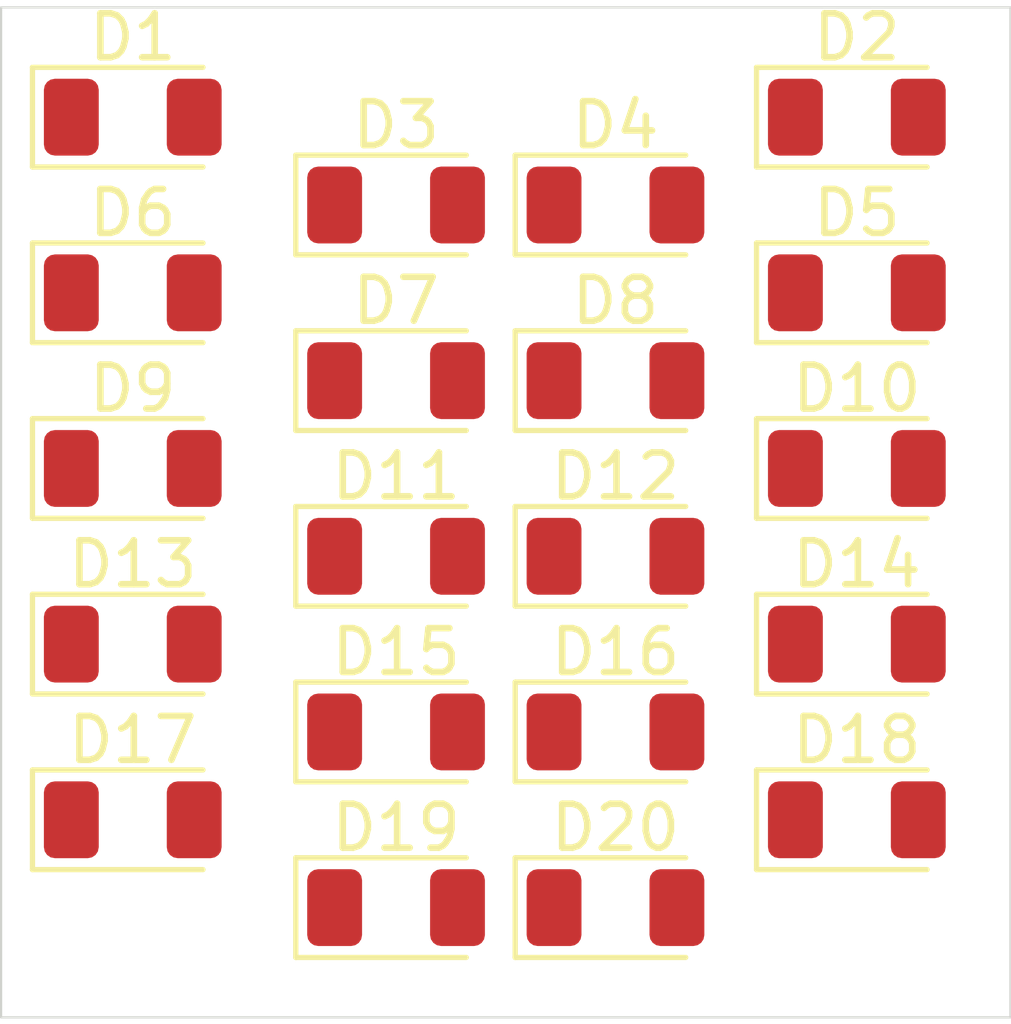
<source format=kicad_pcb>
(kicad_pcb (version 20240108) (generator "pcbnew") (generator_version "8.0")
  (layers (0 "F.Cu" signal) (31 "B.Cu" signal) (34 "B.Paste" user) (35 "F.Paste" user) (36 "B.SilkS" user "B.Silkscreen") (37 "F.SilkS" user "F.Silkscreen") (38 "B.Mask" user) (39 "F.Mask" user) (44 "Edge.Cuts" user))
  (net 0 "")
  (footprint "LED_SMD:LED_1206_3216Metric" (layer "F.Cu") (at 27.5 26)
    (property "Reference" "D12" (at 0 -1.82 0) (layer "F.SilkS"))
    (property "Value" "LED")
    (fp_line (start -2.285 -1.135) (end -2.285 1.135) (stroke (width 0.12)) (layer "F.SilkS"))
    (fp_line (start -2.285 1.135) (end 1.6 1.135) (stroke (width 0.12)) (layer "F.SilkS"))
    (fp_line (start 1.6 -1.135) (end -2.285 -1.135) (stroke (width 0.12)) (layer "F.SilkS"))
    (pad "1" smd roundrect (at -1.4 0) (size 1.25 1.75) (layers "F.Cu" "F.Paste" "F.Mask") (roundrect_rratio 0.2))
    (pad "2" smd roundrect (at 1.4 0) (size 1.25 1.75) (layers "F.Cu" "F.Paste" "F.Mask") (roundrect_rratio 0.2))
  )
  (footprint "LED_SMD:LED_1206_3216Metric" (layer "F.Cu") (at 33 24)
    (property "Reference" "D10" (at 0 -1.82 0) (layer "F.SilkS"))
    (property "Value" "LED")
    (fp_line (start -2.285 -1.135) (end -2.285 1.135) (stroke (width 0.12)) (layer "F.SilkS"))
    (fp_line (start -2.285 1.135) (end 1.6 1.135) (stroke (width 0.12)) (layer "F.SilkS"))
    (fp_line (start 1.6 -1.135) (end -2.285 -1.135) (stroke (width 0.12)) (layer "F.SilkS"))
    (pad "1" smd roundrect (at -1.4 0) (size 1.25 1.75) (layers "F.Cu" "F.Paste" "F.Mask") (roundrect_rratio 0.2))
    (pad "2" smd roundrect (at 1.4 0) (size 1.25 1.75) (layers "F.Cu" "F.Paste" "F.Mask") (roundrect_rratio 0.2))
  )
  (footprint "LED_SMD:LED_1206_3216Metric" (layer "F.Cu") (at 16.5 20)
    (property "Reference" "D6" (at 0 -1.82 0) (layer "F.SilkS"))
    (property "Value" "LED")
    (fp_line (start -2.285 -1.135) (end -2.285 1.135) (stroke (width 0.12)) (layer "F.SilkS"))
    (fp_line (start -2.285 1.135) (end 1.6 1.135) (stroke (width 0.12)) (layer "F.SilkS"))
    (fp_line (start 1.6 -1.135) (end -2.285 -1.135) (stroke (width 0.12)) (layer "F.SilkS"))
    (pad "1" smd roundrect (at -1.4 0) (size 1.25 1.75) (layers "F.Cu" "F.Paste" "F.Mask") (roundrect_rratio 0.2))
    (pad "2" smd roundrect (at 1.4 0) (size 1.25 1.75) (layers "F.Cu" "F.Paste" "F.Mask") (roundrect_rratio 0.2))
  )
  (footprint "LED_SMD:LED_1206_3216Metric" (layer "F.Cu") (at 27.5 18)
    (property "Reference" "D4" (at 0 -1.82 0) (layer "F.SilkS"))
    (property "Value" "LED")
    (fp_line (start -2.285 -1.135) (end -2.285 1.135) (stroke (width 0.12)) (layer "F.SilkS"))
    (fp_line (start -2.285 1.135) (end 1.6 1.135) (stroke (width 0.12)) (layer "F.SilkS"))
    (fp_line (start 1.6 -1.135) (end -2.285 -1.135) (stroke (width 0.12)) (layer "F.SilkS"))
    (pad "1" smd roundrect (at -1.4 0) (size 1.25 1.75) (layers "F.Cu" "F.Paste" "F.Mask") (roundrect_rratio 0.2))
    (pad "2" smd roundrect (at 1.4 0) (size 1.25 1.75) (layers "F.Cu" "F.Paste" "F.Mask") (roundrect_rratio 0.2))
  )
  (footprint "LED_SMD:LED_1206_3216Metric" (layer "F.Cu") (at 22.5 22)
    (property "Reference" "D7" (at 0 -1.82 0) (layer "F.SilkS"))
    (property "Value" "LED")
    (fp_line (start -2.285 -1.135) (end -2.285 1.135) (stroke (width 0.12)) (layer "F.SilkS"))
    (fp_line (start -2.285 1.135) (end 1.6 1.135) (stroke (width 0.12)) (layer "F.SilkS"))
    (fp_line (start 1.6 -1.135) (end -2.285 -1.135) (stroke (width 0.12)) (layer "F.SilkS"))
    (pad "1" smd roundrect (at -1.4 0) (size 1.25 1.75) (layers "F.Cu" "F.Paste" "F.Mask") (roundrect_rratio 0.2))
    (pad "2" smd roundrect (at 1.4 0) (size 1.25 1.75) (layers "F.Cu" "F.Paste" "F.Mask") (roundrect_rratio 0.2))
  )
  (footprint "LED_SMD:LED_1206_3216Metric" (layer "F.Cu") (at 27.5 30)
    (property "Reference" "D16" (at 0 -1.82 0) (layer "F.SilkS"))
    (property "Value" "LED")
    (fp_line (start -2.285 -1.135) (end -2.285 1.135) (stroke (width 0.12)) (layer "F.SilkS"))
    (fp_line (start -2.285 1.135) (end 1.6 1.135) (stroke (width 0.12)) (layer "F.SilkS"))
    (fp_line (start 1.6 -1.135) (end -2.285 -1.135) (stroke (width 0.12)) (layer "F.SilkS"))
    (pad "1" smd roundrect (at -1.4 0) (size 1.25 1.75) (layers "F.Cu" "F.Paste" "F.Mask") (roundrect_rratio 0.2))
    (pad "2" smd roundrect (at 1.4 0) (size 1.25 1.75) (layers "F.Cu" "F.Paste" "F.Mask") (roundrect_rratio 0.2))
  )
  (footprint "LED_SMD:LED_1206_3216Metric" (layer "F.Cu") (at 33 16)
    (property "Reference" "D2" (at 0 -1.82 0) (layer "F.SilkS"))
    (property "Value" "LED")
    (fp_line (start -2.285 -1.135) (end -2.285 1.135) (stroke (width 0.12)) (layer "F.SilkS"))
    (fp_line (start -2.285 1.135) (end 1.6 1.135) (stroke (width 0.12)) (layer "F.SilkS"))
    (fp_line (start 1.6 -1.135) (end -2.285 -1.135) (stroke (width 0.12)) (layer "F.SilkS"))
    (pad "1" smd roundrect (at -1.4 0) (size 1.25 1.75) (layers "F.Cu" "F.Paste" "F.Mask") (roundrect_rratio 0.2))
    (pad "2" smd roundrect (at 1.4 0) (size 1.25 1.75) (layers "F.Cu" "F.Paste" "F.Mask") (roundrect_rratio 0.2))
  )
  (footprint "LED_SMD:LED_1206_3216Metric" (layer "F.Cu") (at 22.5 30)
    (property "Reference" "D15" (at 0 -1.82 0) (layer "F.SilkS"))
    (property "Value" "LED")
    (fp_line (start -2.285 -1.135) (end -2.285 1.135) (stroke (width 0.12)) (layer "F.SilkS"))
    (fp_line (start -2.285 1.135) (end 1.6 1.135) (stroke (width 0.12)) (layer "F.SilkS"))
    (fp_line (start 1.6 -1.135) (end -2.285 -1.135) (stroke (width 0.12)) (layer "F.SilkS"))
    (pad "1" smd roundrect (at -1.4 0) (size 1.25 1.75) (layers "F.Cu" "F.Paste" "F.Mask") (roundrect_rratio 0.2))
    (pad "2" smd roundrect (at 1.4 0) (size 1.25 1.75) (layers "F.Cu" "F.Paste" "F.Mask") (roundrect_rratio 0.2))
  )
  (footprint "LED_SMD:LED_1206_3216Metric" (layer "F.Cu") (at 16.5 32)
    (property "Reference" "D17" (at 0 -1.82 0) (layer "F.SilkS"))
    (property "Value" "LED")
    (fp_line (start -2.285 -1.135) (end -2.285 1.135) (stroke (width 0.12)) (layer "F.SilkS"))
    (fp_line (start -2.285 1.135) (end 1.6 1.135) (stroke (width 0.12)) (layer "F.SilkS"))
    (fp_line (start 1.6 -1.135) (end -2.285 -1.135) (stroke (width 0.12)) (layer "F.SilkS"))
    (pad "1" smd roundrect (at -1.4 0) (size 1.25 1.75) (layers "F.Cu" "F.Paste" "F.Mask") (roundrect_rratio 0.2))
    (pad "2" smd roundrect (at 1.4 0) (size 1.25 1.75) (layers "F.Cu" "F.Paste" "F.Mask") (roundrect_rratio 0.2))
  )
  (footprint "LED_SMD:LED_1206_3216Metric" (layer "F.Cu") (at 33 20)
    (property "Reference" "D5" (at 0 -1.82 0) (layer "F.SilkS"))
    (property "Value" "LED")
    (fp_line (start -2.285 -1.135) (end -2.285 1.135) (stroke (width 0.12)) (layer "F.SilkS"))
    (fp_line (start -2.285 1.135) (end 1.6 1.135) (stroke (width 0.12)) (layer "F.SilkS"))
    (fp_line (start 1.6 -1.135) (end -2.285 -1.135) (stroke (width 0.12)) (layer "F.SilkS"))
    (pad "1" smd roundrect (at -1.4 0) (size 1.25 1.75) (layers "F.Cu" "F.Paste" "F.Mask") (roundrect_rratio 0.2))
    (pad "2" smd roundrect (at 1.4 0) (size 1.25 1.75) (layers "F.Cu" "F.Paste" "F.Mask") (roundrect_rratio 0.2))
  )
  (footprint "LED_SMD:LED_1206_3216Metric" (layer "F.Cu") (at 16.5 28)
    (property "Reference" "D13" (at 0 -1.82 0) (layer "F.SilkS"))
    (property "Value" "LED")
    (fp_line (start -2.285 -1.135) (end -2.285 1.135) (stroke (width 0.12)) (layer "F.SilkS"))
    (fp_line (start -2.285 1.135) (end 1.6 1.135) (stroke (width 0.12)) (layer "F.SilkS"))
    (fp_line (start 1.6 -1.135) (end -2.285 -1.135) (stroke (width 0.12)) (layer "F.SilkS"))
    (pad "1" smd roundrect (at -1.4 0) (size 1.25 1.75) (layers "F.Cu" "F.Paste" "F.Mask") (roundrect_rratio 0.2))
    (pad "2" smd roundrect (at 1.4 0) (size 1.25 1.75) (layers "F.Cu" "F.Paste" "F.Mask") (roundrect_rratio 0.2))
  )
  (footprint "LED_SMD:LED_1206_3216Metric" (layer "F.Cu") (at 27.5 22)
    (property "Reference" "D8" (at 0 -1.82 0) (layer "F.SilkS"))
    (property "Value" "LED")
    (fp_line (start -2.285 -1.135) (end -2.285 1.135) (stroke (width 0.12)) (layer "F.SilkS"))
    (fp_line (start -2.285 1.135) (end 1.6 1.135) (stroke (width 0.12)) (layer "F.SilkS"))
    (fp_line (start 1.6 -1.135) (end -2.285 -1.135) (stroke (width 0.12)) (layer "F.SilkS"))
    (pad "1" smd roundrect (at -1.4 0) (size 1.25 1.75) (layers "F.Cu" "F.Paste" "F.Mask") (roundrect_rratio 0.2))
    (pad "2" smd roundrect (at 1.4 0) (size 1.25 1.75) (layers "F.Cu" "F.Paste" "F.Mask") (roundrect_rratio 0.2))
  )
  (footprint "LED_SMD:LED_1206_3216Metric" (layer "F.Cu") (at 22.5 18)
    (property "Reference" "D3" (at 0 -1.82 0) (layer "F.SilkS"))
    (property "Value" "LED")
    (fp_line (start -2.285 -1.135) (end -2.285 1.135) (stroke (width 0.12)) (layer "F.SilkS"))
    (fp_line (start -2.285 1.135) (end 1.6 1.135) (stroke (width 0.12)) (layer "F.SilkS"))
    (fp_line (start 1.6 -1.135) (end -2.285 -1.135) (stroke (width 0.12)) (layer "F.SilkS"))
    (pad "1" smd roundrect (at -1.4 0) (size 1.25 1.75) (layers "F.Cu" "F.Paste" "F.Mask") (roundrect_rratio 0.2))
    (pad "2" smd roundrect (at 1.4 0) (size 1.25 1.75) (layers "F.Cu" "F.Paste" "F.Mask") (roundrect_rratio 0.2))
  )
  (footprint "LED_SMD:LED_1206_3216Metric" (layer "F.Cu") (at 33 28)
    (property "Reference" "D14" (at 0 -1.82 0) (layer "F.SilkS"))
    (property "Value" "LED")
    (fp_line (start -2.285 -1.135) (end -2.285 1.135) (stroke (width 0.12)) (layer "F.SilkS"))
    (fp_line (start -2.285 1.135) (end 1.6 1.135) (stroke (width 0.12)) (layer "F.SilkS"))
    (fp_line (start 1.6 -1.135) (end -2.285 -1.135) (stroke (width 0.12)) (layer "F.SilkS"))
    (pad "1" smd roundrect (at -1.4 0) (size 1.25 1.75) (layers "F.Cu" "F.Paste" "F.Mask") (roundrect_rratio 0.2))
    (pad "2" smd roundrect (at 1.4 0) (size 1.25 1.75) (layers "F.Cu" "F.Paste" "F.Mask") (roundrect_rratio 0.2))
  )
  (footprint "LED_SMD:LED_1206_3216Metric" (layer "F.Cu") (at 27.5 34)
    (property "Reference" "D20" (at 0 -1.82 0) (layer "F.SilkS"))
    (property "Value" "LED")
    (fp_line (start -2.285 -1.135) (end -2.285 1.135) (stroke (width 0.12)) (layer "F.SilkS"))
    (fp_line (start -2.285 1.135) (end 1.6 1.135) (stroke (width 0.12)) (layer "F.SilkS"))
    (fp_line (start 1.6 -1.135) (end -2.285 -1.135) (stroke (width 0.12)) (layer "F.SilkS"))
    (pad "1" smd roundrect (at -1.4 0) (size 1.25 1.75) (layers "F.Cu" "F.Paste" "F.Mask") (roundrect_rratio 0.2))
    (pad "2" smd roundrect (at 1.4 0) (size 1.25 1.75) (layers "F.Cu" "F.Paste" "F.Mask") (roundrect_rratio 0.2))
  )
  (footprint "LED_SMD:LED_1206_3216Metric" (layer "F.Cu") (at 33 32)
    (property "Reference" "D18" (at 0 -1.82 0) (layer "F.SilkS"))
    (property "Value" "LED")
    (fp_line (start -2.285 -1.135) (end -2.285 1.135) (stroke (width 0.12)) (layer "F.SilkS"))
    (fp_line (start -2.285 1.135) (end 1.6 1.135) (stroke (width 0.12)) (layer "F.SilkS"))
    (fp_line (start 1.6 -1.135) (end -2.285 -1.135) (stroke (width 0.12)) (layer "F.SilkS"))
    (pad "1" smd roundrect (at -1.4 0) (size 1.25 1.75) (layers "F.Cu" "F.Paste" "F.Mask") (roundrect_rratio 0.2))
    (pad "2" smd roundrect (at 1.4 0) (size 1.25 1.75) (layers "F.Cu" "F.Paste" "F.Mask") (roundrect_rratio 0.2))
  )
  (footprint "LED_SMD:LED_1206_3216Metric" (layer "F.Cu") (at 22.5 26)
    (property "Reference" "D11" (at 0 -1.82 0) (layer "F.SilkS"))
    (property "Value" "LED")
    (fp_line (start -2.285 -1.135) (end -2.285 1.135) (stroke (width 0.12)) (layer "F.SilkS"))
    (fp_line (start -2.285 1.135) (end 1.6 1.135) (stroke (width 0.12)) (layer "F.SilkS"))
    (fp_line (start 1.6 -1.135) (end -2.285 -1.135) (stroke (width 0.12)) (layer "F.SilkS"))
    (pad "1" smd roundrect (at -1.4 0) (size 1.25 1.75) (layers "F.Cu" "F.Paste" "F.Mask") (roundrect_rratio 0.2))
    (pad "2" smd roundrect (at 1.4 0) (size 1.25 1.75) (layers "F.Cu" "F.Paste" "F.Mask") (roundrect_rratio 0.2))
  )
  (footprint "LED_SMD:LED_1206_3216Metric" (layer "F.Cu") (at 22.5 34)
    (property "Reference" "D19" (at 0 -1.82 0) (layer "F.SilkS"))
    (property "Value" "LED")
    (fp_line (start -2.285 -1.135) (end -2.285 1.135) (stroke (width 0.12)) (layer "F.SilkS"))
    (fp_line (start -2.285 1.135) (end 1.6 1.135) (stroke (width 0.12)) (layer "F.SilkS"))
    (fp_line (start 1.6 -1.135) (end -2.285 -1.135) (stroke (width 0.12)) (layer "F.SilkS"))
    (pad "1" smd roundrect (at -1.4 0) (size 1.25 1.75) (layers "F.Cu" "F.Paste" "F.Mask") (roundrect_rratio 0.2))
    (pad "2" smd roundrect (at 1.4 0) (size 1.25 1.75) (layers "F.Cu" "F.Paste" "F.Mask") (roundrect_rratio 0.2))
  )
  (footprint "LED_SMD:LED_1206_3216Metric" (layer "F.Cu") (at 16.5 16)
    (property "Reference" "D1" (at 0 -1.82 0) (layer "F.SilkS"))
    (property "Value" "LED")
    (fp_line (start -2.285 -1.135) (end -2.285 1.135) (stroke (width 0.12)) (layer "F.SilkS"))
    (fp_line (start -2.285 1.135) (end 1.6 1.135) (stroke (width 0.12)) (layer "F.SilkS"))
    (fp_line (start 1.6 -1.135) (end -2.285 -1.135) (stroke (width 0.12)) (layer "F.SilkS"))
    (pad "1" smd roundrect (at -1.4 0) (size 1.25 1.75) (layers "F.Cu" "F.Paste" "F.Mask") (roundrect_rratio 0.2))
    (pad "2" smd roundrect (at 1.4 0) (size 1.25 1.75) (layers "F.Cu" "F.Paste" "F.Mask") (roundrect_rratio 0.2))
  )
  (footprint "LED_SMD:LED_1206_3216Metric" (layer "F.Cu") (at 16.5 24)
    (property "Reference" "D9" (at 0 -1.82 0) (layer "F.SilkS"))
    (property "Value" "LED")
    (fp_line (start -2.285 -1.135) (end -2.285 1.135) (stroke (width 0.12)) (layer "F.SilkS"))
    (fp_line (start -2.285 1.135) (end 1.6 1.135) (stroke (width 0.12)) (layer "F.SilkS"))
    (fp_line (start 1.6 -1.135) (end -2.285 -1.135) (stroke (width 0.12)) (layer "F.SilkS"))
    (pad "1" smd roundrect (at -1.4 0) (size 1.25 1.75) (layers "F.Cu" "F.Paste" "F.Mask") (roundrect_rratio 0.2))
    (pad "2" smd roundrect (at 1.4 0) (size 1.25 1.75) (layers "F.Cu" "F.Paste" "F.Mask") (roundrect_rratio 0.2))
  )
  (gr_rect (start 13.5 13.5) (end 36.5 36.5) (stroke (width 0.05)) (fill none) (layer "Edge.Cuts"))
)
</source>
